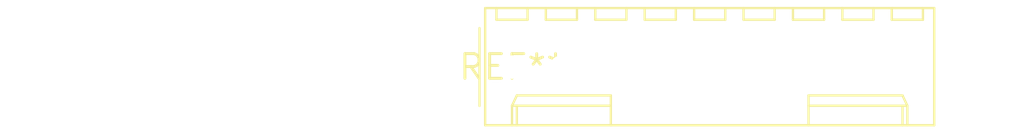
<source format=kicad_pcb>
(kicad_pcb (version 20240108) (generator pcbnew)
  (layers (0 "F.Cu" signal) (31 "B.Cu" signal) (34 "B.Paste" user) (35 "F.Paste" user) (36 "B.SilkS" user "B.Silkscreen") (37 "F.SilkS" user "F.Silkscreen") (38 "B.Mask" user) (39 "F.Mask" user) (44 "Edge.Cuts" user))
  (net 0 "")
  (footprint "Molex_KK-254_AE-6410-09A_1x09_P2.54mm_Vertical" (layer "F.Cu") (at 0 0)
    (property "Reference" "REF**")
    (property "Value" "Molex_KK-254_AE-6410-09A_1x09_P2.54mm_Vertical")
    (fp_line (start -1.67 -2) (end -1.67 2) (layer "F.SilkS") (stroke (width 0.12)))
    (fp_line (start -1.38 -3.03) (end -1.38 2.99) (layer "F.SilkS") (stroke (width 0.12)))
    (fp_line (start -1.38 2.99) (end 21.7 2.99) (layer "F.SilkS") (stroke (width 0.12)))
    (fp_line (start -0.8 -3.03) (end -0.8 -2.43) (layer "F.SilkS") (stroke (width 0.12)))
    (fp_line (start -0.8 -2.43) (end 0.8 -2.43) (layer "F.SilkS") (stroke (width 0.12)))
    (fp_line (start 0 1.99) (end 0.25 1.46) (layer "F.SilkS") (stroke (width 0.12)))
    (fp_line (start 0 1.99) (end 5.08 1.99) (layer "F.SilkS") (stroke (width 0.12)))
    (fp_line (start 0 2.99) (end 0 1.99) (layer "F.SilkS") (stroke (width 0.12)))
    (fp_line (start 0.25 1.46) (end 5.08 1.46) (layer "F.SilkS") (stroke (width 0.12)))
    (fp_line (start 0.25 2.99) (end 0.25 1.99) (layer "F.SilkS") (stroke (width 0.12)))
    (fp_line (start 0.8 -2.43) (end 0.8 -3.03) (layer "F.SilkS") (stroke (width 0.12)))
    (fp_line (start 1.74 -3.03) (end 1.74 -2.43) (layer "F.SilkS") (stroke (width 0.12)))
    (fp_line (start 1.74 -2.43) (end 3.34 -2.43) (layer "F.SilkS") (stroke (width 0.12)))
    (fp_line (start 3.34 -2.43) (end 3.34 -3.03) (layer "F.SilkS") (stroke (width 0.12)))
    (fp_line (start 4.28 -3.03) (end 4.28 -2.43) (layer "F.SilkS") (stroke (width 0.12)))
    (fp_line (start 4.28 -2.43) (end 5.88 -2.43) (layer "F.SilkS") (stroke (width 0.12)))
    (fp_line (start 5.08 1.46) (end 5.08 1.99) (layer "F.SilkS") (stroke (width 0.12)))
    (fp_line (start 5.08 1.99) (end 5.08 2.99) (layer "F.SilkS") (stroke (width 0.12)))
    (fp_line (start 5.88 -2.43) (end 5.88 -3.03) (layer "F.SilkS") (stroke (width 0.12)))
    (fp_line (start 6.82 -3.03) (end 6.82 -2.43) (layer "F.SilkS") (stroke (width 0.12)))
    (fp_line (start 6.82 -2.43) (end 8.42 -2.43) (layer "F.SilkS") (stroke (width 0.12)))
    (fp_line (start 8.42 -2.43) (end 8.42 -3.03) (layer "F.SilkS") (stroke (width 0.12)))
    (fp_line (start 9.36 -3.03) (end 9.36 -2.43) (layer "F.SilkS") (stroke (width 0.12)))
    (fp_line (start 9.36 -2.43) (end 10.96 -2.43) (layer "F.SilkS") (stroke (width 0.12)))
    (fp_line (start 10.96 -2.43) (end 10.96 -3.03) (layer "F.SilkS") (stroke (width 0.12)))
    (fp_line (start 11.9 -3.03) (end 11.9 -2.43) (layer "F.SilkS") (stroke (width 0.12)))
    (fp_line (start 11.9 -2.43) (end 13.5 -2.43) (layer "F.SilkS") (stroke (width 0.12)))
    (fp_line (start 13.5 -2.43) (end 13.5 -3.03) (layer "F.SilkS") (stroke (width 0.12)))
    (fp_line (start 14.44 -3.03) (end 14.44 -2.43) (layer "F.SilkS") (stroke (width 0.12)))
    (fp_line (start 14.44 -2.43) (end 16.04 -2.43) (layer "F.SilkS") (stroke (width 0.12)))
    (fp_line (start 15.24 1.46) (end 15.24 1.99) (layer "F.SilkS") (stroke (width 0.12)))
    (fp_line (start 15.24 1.99) (end 15.24 2.99) (layer "F.SilkS") (stroke (width 0.12)))
    (fp_line (start 16.04 -2.43) (end 16.04 -3.03) (layer "F.SilkS") (stroke (width 0.12)))
    (fp_line (start 16.98 -3.03) (end 16.98 -2.43) (layer "F.SilkS") (stroke (width 0.12)))
    (fp_line (start 16.98 -2.43) (end 18.58 -2.43) (layer "F.SilkS") (stroke (width 0.12)))
    (fp_line (start 18.58 -2.43) (end 18.58 -3.03) (layer "F.SilkS") (stroke (width 0.12)))
    (fp_line (start 19.52 -3.03) (end 19.52 -2.43) (layer "F.SilkS") (stroke (width 0.12)))
    (fp_line (start 19.52 -2.43) (end 21.12 -2.43) (layer "F.SilkS") (stroke (width 0.12)))
    (fp_line (start 20.07 1.46) (end 15.24 1.46) (layer "F.SilkS") (stroke (width 0.12)))
    (fp_line (start 20.07 2.99) (end 20.07 1.99) (layer "F.SilkS") (stroke (width 0.12)))
    (fp_line (start 20.32 1.99) (end 15.24 1.99) (layer "F.SilkS") (stroke (width 0.12)))
    (fp_line (start 20.32 1.99) (end 20.07 1.46) (layer "F.SilkS") (stroke (width 0.12)))
    (fp_line (start 20.32 2.99) (end 20.32 1.99) (layer "F.SilkS") (stroke (width 0.12)))
    (fp_line (start 21.12 -2.43) (end 21.12 -3.03) (layer "F.SilkS") (stroke (width 0.12)))
    (fp_line (start 21.7 -3.03) (end -1.38 -3.03) (layer "F.SilkS") (stroke (width 0.12)))
    (fp_line (start 21.7 2.99) (end 21.7 -3.03) (layer "F.SilkS") (stroke (width 0.12)))
    (pad "1" thru_hole roundrect (at 0 0) (size 1.74 2.19) (drill 1.19) (layers *.Cu *.Mask) (remove_unused_layers) (roundrect_rratio 0.143678))
    (pad "2" thru_hole oval (at 2.54 0) (size 1.74 2.19) (drill 1.19) (layers *.Cu *.Mask) (remove_unused_layers))
    (pad "3" thru_hole oval (at 5.08 0) (size 1.74 2.19) (drill 1.19) (layers *.Cu *.Mask) (remove_unused_layers))
    (pad "4" thru_hole oval (at 7.62 0) (size 1.74 2.19) (drill 1.19) (layers *.Cu *.Mask) (remove_unused_layers))
    (pad "5" thru_hole oval (at 10.16 0) (size 1.74 2.19) (drill 1.19) (layers *.Cu *.Mask) (remove_unused_layers))
    (pad "6" thru_hole oval (at 12.7 0) (size 1.74 2.19) (drill 1.19) (layers *.Cu *.Mask) (remove_unused_layers))
    (pad "7" thru_hole oval (at 15.24 0) (size 1.74 2.19) (drill 1.19) (layers *.Cu *.Mask) (remove_unused_layers))
    (pad "8" thru_hole oval (at 17.78 0) (size 1.74 2.19) (drill 1.19) (layers *.Cu *.Mask) (remove_unused_layers))
    (pad "9" thru_hole oval (at 20.32 0) (size 1.74 2.19) (drill 1.19) (layers *.Cu *.Mask) (remove_unused_layers))
  )
)
</source>
